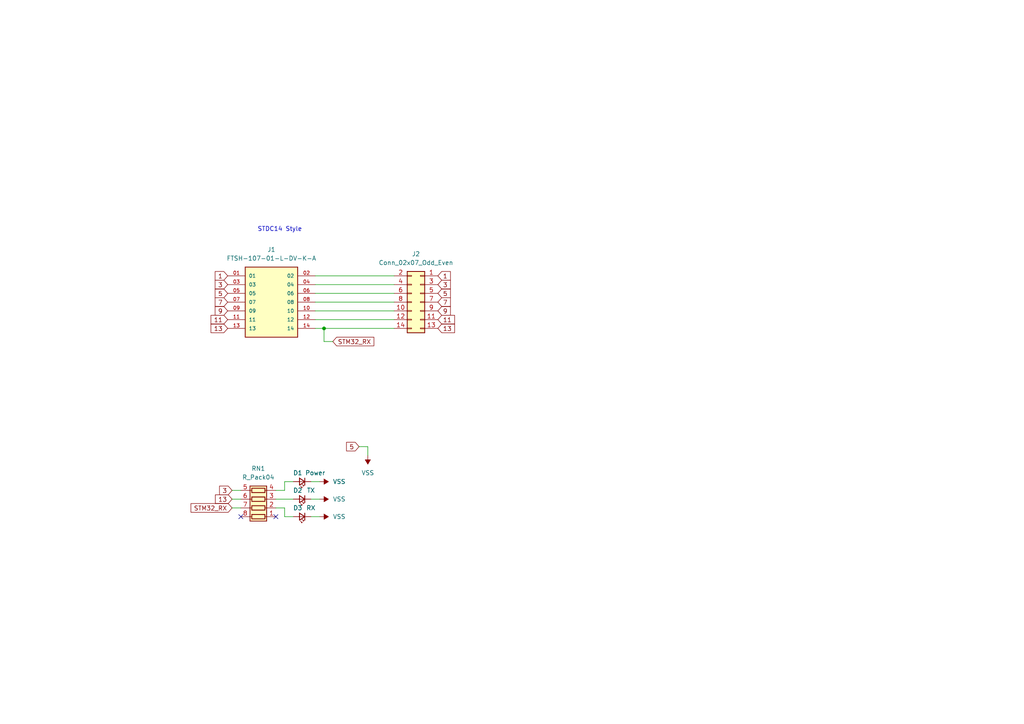
<source format=kicad_sch>
(kicad_sch (version 20230121) (generator eeschema)
  (paper "A4")
  (lib_symbols
    (symbol "Connector_Generic:Conn_02x07_Odd_Even" (pin_names (offset 1.016) hide)
      (property "Reference" "J" (at 1.27 10.16 0))
      (property "Value" "Conn_02x07_Odd_Even" (at 1.27 -10.16 0))
      (symbol "Conn_02x07_Odd_Even_1_1"
        (rectangle (start -1.27 -7.493) (end 0 -7.747) (stroke (width 0.1524)))
        (rectangle (start -1.27 -4.953) (end 0 -5.207) (stroke (width 0.1524)))
        (rectangle (start -1.27 -2.413) (end 0 -2.667) (stroke (width 0.1524)))
        (rectangle (start -1.27 0.127) (end 0 -0.127) (stroke (width 0.1524)))
        (rectangle (start -1.27 2.667) (end 0 2.413) (stroke (width 0.1524)))
        (rectangle (start -1.27 5.207) (end 0 4.953) (stroke (width 0.1524)))
        (rectangle (start -1.27 7.747) (end 0 7.493) (stroke (width 0.1524)))
        (rectangle (start -1.27 8.89) (end 3.81 -8.89) (stroke (width 0.254)) (fill (type background)))
        (rectangle (start 3.81 -7.493) (end 2.54 -7.747) (stroke (width 0.1524)))
        (rectangle (start 3.81 -4.953) (end 2.54 -5.207) (stroke (width 0.1524)))
        (rectangle (start 3.81 -2.413) (end 2.54 -2.667) (stroke (width 0.1524)))
        (rectangle (start 3.81 0.127) (end 2.54 -0.127) (stroke (width 0.1524)))
        (rectangle (start 3.81 2.667) (end 2.54 2.413) (stroke (width 0.1524)))
        (rectangle (start 3.81 5.207) (end 2.54 4.953) (stroke (width 0.1524)))
        (rectangle (start 3.81 7.747) (end 2.54 7.493) (stroke (width 0.1524)))
        (pin passive line (at -5.08 7.62 0) (length 3.81) (name "Pin_1") (number "1"))
        (pin passive line (at 7.62 -2.54 180) (length 3.81) (name "Pin_10") (number "10"))
        (pin passive line (at -5.08 -5.08 0) (length 3.81) (name "Pin_11") (number "11"))
        (pin passive line (at 7.62 -5.08 180) (length 3.81) (name "Pin_12") (number "12"))
        (pin passive line (at -5.08 -7.62 0) (length 3.81) (name "Pin_13") (number "13"))
        (pin passive line (at 7.62 -7.62 180) (length 3.81) (name "Pin_14") (number "14"))
        (pin passive line (at 7.62 7.62 180) (length 3.81) (name "Pin_2") (number "2"))
        (pin passive line (at -5.08 5.08 0) (length 3.81) (name "Pin_3") (number "3"))
        (pin passive line (at 7.62 5.08 180) (length 3.81) (name "Pin_4") (number "4"))
        (pin passive line (at -5.08 2.54 0) (length 3.81) (name "Pin_5") (number "5"))
        (pin passive line (at 7.62 2.54 180) (length 3.81) (name "Pin_6") (number "6"))
        (pin passive line (at -5.08 0 0) (length 3.81) (name "Pin_7") (number "7"))
        (pin passive line (at 7.62 0 180) (length 3.81) (name "Pin_8") (number "8"))
        (pin passive line (at -5.08 -2.54 0) (length 3.81) (name "Pin_9") (number "9"))
      )
    )
    (symbol "Device:LED_Small" (pin_numbers hide) (pin_names (offset 0.254) hide)
      (property "Reference" "D" (at -1.27 3.175 0))
      (property "Value" "LED_Small" (at -4.445 -2.54 0))
      (symbol "LED_Small_0_1"
        (polyline (pts (xy -0.762 -1.016) (xy -0.762 1.016)) (stroke (width 0.254)))
        (polyline (pts (xy 1.016 0) (xy -0.762 0)))
        (polyline (pts (xy 0.762 -1.016) (xy -0.762 0) (xy 0.762 1.016) (xy 0.762 -1.016)) (stroke (width 0.254)))
        (polyline (pts (xy 0 0.762) (xy -0.508 1.27) (xy -0.254 1.27) (xy -0.508 1.27) (xy -0.508 1.016)))
        (polyline (pts (xy 0.508 1.27) (xy 0 1.778) (xy 0.254 1.778) (xy 0 1.778) (xy 0 1.524)))
      )
      (symbol "LED_Small_1_1"
        (pin passive line (at -2.54 0 0) (length 1.778) (name "K") (number "1"))
        (pin passive line (at 2.54 0 180) (length 1.778) (name "A") (number "2"))
      )
    )
    (symbol "Device:R_Pack04" (pin_names (offset 0) hide)
      (property "Reference" "RN" (at -7.62 0 90))
      (property "Value" "R_Pack04" (at 5.08 0 90))
      (symbol "R_Pack04_0_1"
        (rectangle (start -6.35 -2.413) (end 3.81 2.413) (stroke (width 0.254)) (fill (type background)))
        (rectangle (start -5.715 1.905) (end -4.445 -1.905) (stroke (width 0.254)))
        (rectangle (start -3.175 1.905) (end -1.905 -1.905) (stroke (width 0.254)))
        (rectangle (start -0.635 1.905) (end 0.635 -1.905) (stroke (width 0.254)))
        (polyline (pts (xy -5.08 -2.54) (xy -5.08 -1.905)))
        (polyline (pts (xy -5.08 1.905) (xy -5.08 2.54)))
        (polyline (pts (xy -2.54 -2.54) (xy -2.54 -1.905)))
        (polyline (pts (xy -2.54 1.905) (xy -2.54 2.54)))
        (polyline (pts (xy 0 -2.54) (xy 0 -1.905)))
        (polyline (pts (xy 0 1.905) (xy 0 2.54)))
        (polyline (pts (xy 2.54 -2.54) (xy 2.54 -1.905)))
        (polyline (pts (xy 2.54 1.905) (xy 2.54 2.54)))
        (rectangle (start 1.905 1.905) (end 3.175 -1.905) (stroke (width 0.254)))
      )
      (symbol "R_Pack04_1_1"
        (pin passive line (at -5.08 -5.08 90) (length 2.54) (name "R1.1") (number "1"))
        (pin passive line (at -2.54 -5.08 90) (length 2.54) (name "R2.1") (number "2"))
        (pin passive line (at 0 -5.08 90) (length 2.54) (name "R3.1") (number "3"))
        (pin passive line (at 2.54 -5.08 90) (length 2.54) (name "R4.1") (number "4"))
        (pin passive line (at 2.54 5.08 270) (length 2.54) (name "R4.2") (number "5"))
        (pin passive line (at 0 5.08 270) (length 2.54) (name "R3.2") (number "6"))
        (pin passive line (at -2.54 5.08 270) (length 2.54) (name "R2.2") (number "7"))
        (pin passive line (at -5.08 5.08 270) (length 2.54) (name "R1.2") (number "8"))
      )
    )
    (symbol "TClamps:FTSH-107-01-L-DV-K-A" (pin_names (offset 1.016))
      (property "Reference" "J" (at -7.62 10.16 0))
      (property "Value" "FTSH-107-01-L-DV-K-A" (at -7.62 -12.7 0))
      (symbol "FTSH-107-01-L-DV-K-A_0_0"
        (rectangle (start -7.62 -10.16) (end 7.6 10.16) (stroke (width 0.254)) (fill (type background)))
        (pin passive line (at -12.7 7.62 0) (length 5.08) (name "01") (number "01"))
        (pin passive line (at 12.7 7.62 180) (length 5.08) (name "02") (number "02"))
        (pin passive line (at -12.7 5.08 0) (length 5.08) (name "03") (number "03"))
        (pin passive line (at 12.7 5.08 180) (length 5.08) (name "04") (number "04"))
        (pin passive line (at -12.7 2.54 0) (length 5.08) (name "05") (number "05"))
        (pin passive line (at 12.7 2.54 180) (length 5.08) (name "06") (number "06"))
        (pin passive line (at -12.7 0 0) (length 5.08) (name "07") (number "07"))
        (pin passive line (at 12.7 0 180) (length 5.08) (name "08") (number "08"))
        (pin passive line (at -12.7 -2.54 0) (length 5.08) (name "09") (number "09"))
        (pin passive line (at 12.7 -2.54 180) (length 5.08) (name "10") (number "10"))
        (pin passive line (at -12.7 -5.08 0) (length 5.08) (name "11") (number "11"))
        (pin passive line (at 12.7 -5.08 180) (length 5.08) (name "12") (number "12"))
        (pin passive line (at -12.7 -7.62 0) (length 5.08) (name "13") (number "13"))
        (pin passive line (at 12.7 -7.62 180) (length 5.08) (name "14") (number "14"))
      )
    )
    (symbol "power:VSS" (power) (pin_names (offset 0))
      (property "Value" "VSS" (at 0 3.81 0))
      (symbol "VSS_0_1"
        (polyline (pts (xy 0 0) (xy 0 2.54)))
        (polyline (pts (xy 0.762 1.27) (xy -0.762 1.27) (xy 0 2.54) (xy 0.762 1.27)) (fill (type outline)))
      )
      (symbol "VSS_1_1"
        (pin power_in line (at 0 0 90) (length 0) hide (name "VSS") (number "1"))
      )
    )
  )
  (junction (at 93.98 95.25))
  (no_connect (at 80.01 149.86))
  (no_connect (at 69.85 149.86))
  (wire (pts (xy 93.98 99.06) (xy 93.98 95.25)))
  (wire (pts (xy 67.31 147.32) (xy 69.85 147.32)))
  (wire (pts (xy 93.98 95.25) (xy 114.3 95.25)))
  (wire (pts (xy 96.52 99.06) (xy 93.98 99.06)))
  (wire (pts (xy 91.44 92.71) (xy 114.3 92.71)))
  (wire (pts (xy 106.68 132.08) (xy 106.68 129.54)))
  (wire (pts (xy 91.44 87.63) (xy 114.3 87.63)))
  (wire (pts (xy 90.17 139.7) (xy 92.71 139.7)))
  (wire (pts (xy 80.01 144.78) (xy 85.09 144.78)))
  (wire (pts (xy 91.44 85.09) (xy 114.3 85.09)))
  (wire (pts (xy 82.55 142.24) (xy 82.55 139.7)))
  (wire (pts (xy 80.01 142.24) (xy 82.55 142.24)))
  (wire (pts (xy 80.01 147.32) (xy 82.55 147.32)))
  (wire (pts (xy 90.17 144.78) (xy 92.71 144.78)))
  (wire (pts (xy 67.31 144.78) (xy 69.85 144.78)))
  (wire (pts (xy 82.55 139.7) (xy 85.09 139.7)))
  (wire (pts (xy 91.44 90.17) (xy 114.3 90.17)))
  (wire (pts (xy 82.55 147.32) (xy 82.55 149.86)))
  (wire (pts (xy 67.31 142.24) (xy 69.85 142.24)))
  (wire (pts (xy 91.44 95.25) (xy 93.98 95.25)))
  (wire (pts (xy 91.44 82.55) (xy 114.3 82.55)))
  (wire (pts (xy 82.55 149.86) (xy 85.09 149.86)))
  (wire (pts (xy 91.44 80.01) (xy 114.3 80.01)))
  (wire (pts (xy 106.68 129.54) (xy 104.14 129.54)))
  (wire (pts (xy 90.17 149.86) (xy 92.71 149.86)))
  (text "STDC14 Style" (at 87.63 67.31 0) (effects (font (size 1.27 1.27)) (justify right bottom)))
  (global_label "13" (shape input) (at 127 95.25 0) (property "Intersheetrefs" "${INTERSHEET_REFS}" (effects hide)))
  (global_label "11" (shape input) (at 66.04 92.71 180) (property "Intersheetrefs" "${INTERSHEET_REFS}" (effects hide)))
  (global_label "13" (shape input) (at 67.31 144.78 180) (property "Intersheetrefs" "${INTERSHEET_REFS}" (effects hide)))
  (global_label "5" (shape input) (at 127 85.09 0) (property "Intersheetrefs" "${INTERSHEET_REFS}" (effects hide)))
  (global_label "1" (shape input) (at 66.04 80.01 180) (property "Intersheetrefs" "${INTERSHEET_REFS}" (effects hide)))
  (global_label "3" (shape input) (at 66.04 82.55 180) (property "Intersheetrefs" "${INTERSHEET_REFS}" (effects hide)))
  (global_label "13" (shape input) (at 66.04 95.25 180) (property "Intersheetrefs" "${INTERSHEET_REFS}" (effects hide)))
  (global_label "9" (shape input) (at 127 90.17 0) (property "Intersheetrefs" "${INTERSHEET_REFS}" (effects hide)))
  (global_label "1" (shape input) (at 127 80.01 0) (property "Intersheetrefs" "${INTERSHEET_REFS}" (effects hide)))
  (global_label "3" (shape input) (at 127 82.55 0) (property "Intersheetrefs" "${INTERSHEET_REFS}" (effects hide)))
  (global_label "9" (shape input) (at 66.04 90.17 180) (property "Intersheetrefs" "${INTERSHEET_REFS}" (effects hide)))
  (global_label "STM32_RX" (shape input) (at 67.31 147.32 180) (property "Intersheetrefs" "${INTERSHEET_REFS}" (effects hide)))
  (global_label "7" (shape input) (at 66.04 87.63 180) (property "Intersheetrefs" "${INTERSHEET_REFS}" (effects hide)))
  (global_label "11" (shape input) (at 127 92.71 0) (property "Intersheetrefs" "${INTERSHEET_REFS}" (effects hide)))
  (global_label "5" (shape input) (at 104.14 129.54 180) (property "Intersheetrefs" "${INTERSHEET_REFS}" (effects hide)))
  (global_label "3" (shape input) (at 67.31 142.24 180) (property "Intersheetrefs" "${INTERSHEET_REFS}" (effects hide)))
  (global_label "STM32_RX" (shape input) (at 96.52 99.06 0) (property "Intersheetrefs" "${INTERSHEET_REFS}" (effects hide)))
  (global_label "7" (shape input) (at 127 87.63 0) (property "Intersheetrefs" "${INTERSHEET_REFS}" (effects hide)))
  (global_label "5" (shape input) (at 66.04 85.09 180) (property "Intersheetrefs" "${INTERSHEET_REFS}" (effects hide)))
  (symbol (lib_id "power:VSS") (at 92.71 144.78 270) (mirror x) (unit 1)
    (property "Reference" "#PWR02" (effects hide))
    (property "Value" "VSS" (at 96.52 144.78 90) (effects (justify left)))
  )
  (symbol (lib_id "Device:LED_Small") (at 87.63 149.86 180) (unit 1)
    (property "Reference" "D3" (at 86.36 147.32 0))
    (property "Value" "RX" (at 90.17 147.32 0))
    (property "Footprint" "LED_SMD:LED_0603_1608Metric" (effects hide))
  )
  (symbol (lib_id "power:VSS") (at 92.71 139.7 270) (mirror x) (unit 1)
    (property "Reference" "#PWR01" (effects hide))
    (property "Value" "VSS" (at 96.52 139.7 90) (effects (justify left)))
  )
  (symbol (lib_id "Device:LED_Small") (at 87.63 139.7 180) (unit 1)
    (property "Reference" "D1" (at 86.36 137.16 0))
    (property "Value" "Power" (at 91.44 137.16 0))
    (property "Footprint" "LED_SMD:LED_0603_1608Metric" (effects hide))
  )
  (symbol (lib_id "TClamps:FTSH-107-01-L-DV-K-A") (at 78.74 87.63 0) (unit 1)
    (property "Reference" "J1" (at 78.73 72.39 0))
    (property "Value" "FTSH-107-01-L-DV-K-A" (at 78.73 74.93 0))
    (property "Footprint" "FTSH-107-01-L-DV-K-A:SAMTEC_FTSH-107-01-L-DV-K-A" (effects hide))
    (property "PARTREV" "H" (effects hide))
    (property "STANDARD" "Manufacturer Recommendation" (effects hide))
    (property "MAXIMUM_PACKAGE_HEIGHT" "6.23mm" (effects hide))
    (property "MANUFACTURER" "Samtec" (effects hide))
  )
  (symbol (lib_id "Device:R_Pack04") (at 74.93 144.78 90) (unit 1)
    (property "Reference" "RN1" (at 74.93 135.89 90))
    (property "Value" "R_Pack04" (at 74.93 138.43 90))
    (property "Footprint" "Resistor_SMD:R_Array_Convex_4x0603" (effects hide))
  )
  (symbol (lib_id "Device:LED_Small") (at 87.63 144.78 180) (unit 1)
    (property "Reference" "D2" (at 86.36 142.24 0))
    (property "Value" "TX" (at 90.17 142.24 0))
    (property "Footprint" "LED_SMD:LED_0603_1608Metric" (effects hide))
  )
  (symbol (lib_id "power:VSS") (at 106.68 132.08 0) (mirror x) (unit 1)
    (property "Reference" "#PWR04" (effects hide))
    (property "Value" "VSS" (at 106.68 137.16 0))
  )
  (symbol (lib_id "Connector_Generic:Conn_02x07_Odd_Even") (at 121.92 87.63 0) (mirror y) (unit 1)
    (property "Reference" "J2" (at 120.65 73.66 0))
    (property "Value" "Conn_02x07_Odd_Even" (at 120.65 76.2 0))
    (property "Footprint" "Connector_PinHeader_1.27mm:PinHeader_2x07_P1.27mm_Vertical" (effects hide))
  )
  (symbol (lib_id "power:VSS") (at 92.71 149.86 270) (mirror x) (unit 1)
    (property "Reference" "#PWR03" (effects hide))
    (property "Value" "VSS" (at 96.52 149.86 90) (effects (justify left)))
  )
)
</source>
